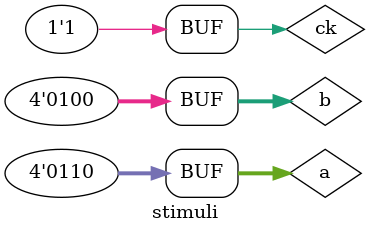
<source format=v>
`timescale 1ns / 1ps


module stimuli();
wire [3:0] sum;
wire cout;
reg [3:0] a,b;
reg ck;

newadder uut(a,b,ck,sum,cout);
always begin
#10 ck=0;
#10 ck=1;
end

initial begin
a=4; b=6;
#10 a=6; b=4;
end
endmodule

</source>
